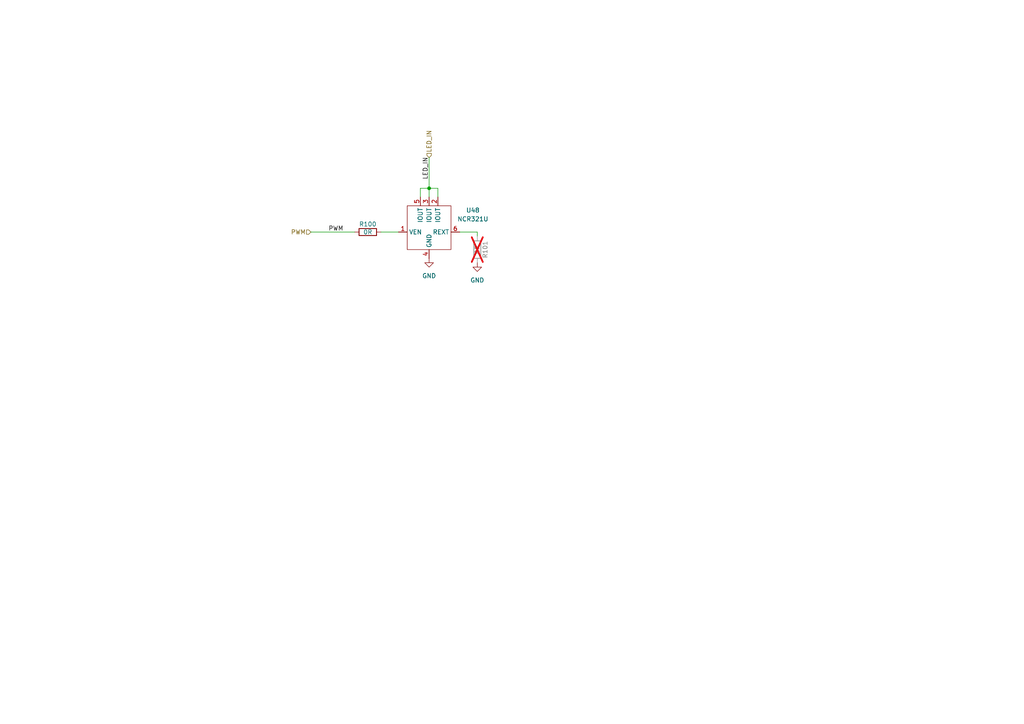
<source format=kicad_sch>
(kicad_sch (version 20231120) (generator "eeschema") (generator_version "8.0")
  (paper "A4")
  (lib_symbols
    (symbol "Device:R" (pin_numbers hide) (pin_names (offset 0))
      (property "Reference" "R" (at 2.032 0 90))
      (property "Value" "R" (at 0 0 90))
      (symbol "R_0_1"
        (rectangle (start -1.016 -2.54) (end 1.016 2.54) (stroke (width 0.254)))
      )
      (symbol "R_1_1"
        (pin passive line (at 0 3.81 270) (length 1.27) (name "~") (number "1"))
        (pin passive line (at 0 -3.81 90) (length 1.27) (name "~") (number "2"))
      )
    )
    (symbol "house:NCR321U"
      (property "Reference" "U" (at 14.732 1.016 0))
      (property "Value" "NCR321U" (at 0 0 0))
      (symbol "NCR321U_0_1"
        (rectangle (start 3.81 0) (end 16.51 -12.7))
      )
      (symbol "NCR321U_1_1"
        (pin input line (at 1.27 -7.62 0) (length 2.54) (name "VEN") (number "1"))
        (pin input line (at 12.7 2.54 270) (length 2.54) (name "IOUT") (number "2"))
        (pin input line (at 10.16 2.54 270) (length 2.54) (name "IOUT") (number "3"))
        (pin input line (at 10.16 -15.24 90) (length 2.54) (name "GND") (number "4"))
        (pin input line (at 7.62 2.54 270) (length 2.54) (name "IOUT") (number "5"))
        (pin input line (at 19.05 -7.62 180) (length 2.54) (name "REXT") (number "6"))
      )
    )
    (symbol "power:GND" (power) (pin_numbers hide) (pin_names (offset 0) hide)
      (property "Value" "GND" (at 0 -3.81 0))
      (symbol "GND_0_1"
        (polyline (pts (xy 0 0) (xy 0 -1.27) (xy 1.27 -1.27) (xy 0 -2.54) (xy -1.27 -1.27) (xy 0 -1.27)))
      )
      (symbol "GND_1_1"
        (pin power_in line (at 0 0 270) (length 0) (name "~") (number "1"))
      )
    )
  )
  (junction (at 124.46 54.61))
  (wire (pts (xy 127 57.15) (xy 127 54.61)))
  (wire (pts (xy 124.46 45.72) (xy 124.46 54.61)))
  (wire (pts (xy 138.43 67.31) (xy 138.43 68.58)))
  (wire (pts (xy 121.92 54.61) (xy 121.92 57.15)))
  (wire (pts (xy 90.17 67.31) (xy 102.87 67.31)))
  (wire (pts (xy 124.46 54.61) (xy 124.46 57.15)))
  (wire (pts (xy 127 54.61) (xy 124.46 54.61)))
  (wire (pts (xy 110.49 67.31) (xy 115.57 67.31)))
  (wire (pts (xy 133.35 67.31) (xy 138.43 67.31)))
  (wire (pts (xy 124.46 54.61) (xy 121.92 54.61)))
  (label "LED_IN" (at 124.46 52.07 90))
  (label "PWM" (at 95.25 67.31 0))
  (hierarchical_label "PWM" (shape input) (at 90.17 67.31 180))
  (hierarchical_label "LED_IN" (shape input) (at 124.46 45.72 90))
  (symbol (lib_id "power:GND") (at 124.46 74.93 0) (unit 1)
    (property "Reference" "#PWR0211" (effects (hide yes)))
    (property "Value" "GND" (at 124.46 80.01 0))
    (property "Description" "Power symbol creates a global label with name \"GND\" , ground" (effects (hide yes)))
    (instances (project "home_auto" (path "" (reference "#PWR0211") (unit 1)) (path "" (reference "#PWR0223") (unit 1)) (path "" (reference "#PWR0217") (unit 1)) (path "" (reference "#PWR0215") (unit 1)) (path "" (reference "#PWR0221") (unit 1)) (path "" (reference "#PWR0205") (unit 1)) (path "" (reference "#PWR0219") (unit 1)) (path "" (reference "#PWR0207") (unit 1)) (path "" (reference "#PWR0209") (unit 1)) (path "" (reference "#PWR0213") (unit 1)) (path "" (reference "#PWR0171") (unit 1)) (path "" (reference "#PWR0183") (unit 1)) (path "" (reference "#PWR0177") (unit 1)) (path "" (reference "#PWR0175") (unit 1)) (path "" (reference "#PWR0181") (unit 1)) (path "" (reference "#PWR0165") (unit 1)) (path "" (reference "#PWR0179") (unit 1)) (path "" (reference "#PWR0167") (unit 1)) (path "" (reference "#PWR0169") (unit 1)) (path "" (reference "#PWR0173") (unit 1)) (path "" (reference "#PWR0191") (unit 1)) (path "" (reference "#PWR0203") (unit 1)) (path "" (reference "#PWR0197") (unit 1)) (path "" (reference "#PWR0195") (unit 1)) (path "" (reference "#PWR0201") (unit 1)) (path "" (reference "#PWR0185") (unit 1)) (path "" (reference "#PWR0199") (unit 1)) (path "" (reference "#PWR0187") (unit 1)) (path "" (reference "#PWR0189") (unit 1)) (path "" (reference "#PWR0193") (unit 1)) (path "" (reference "#PWR0141") (unit 1)) (path "" (reference "#PWR0129") (unit 1)) (path "" (reference "#PWR0133") (unit 1)) (path "" (reference "#PWR0131") (unit 1)) (path "" (reference "#PWR0127") (unit 1)) (path "" (reference "#PWR0135") (unit 1)) (path "" (reference "#PWR0125") (unit 1)) (path "" (reference "#PWR0137") (unit 1)) (path "" (reference "#PWR0139") (unit 1)) (path "" (reference "#PWR0143") (unit 1)) (path "" (reference "#PWR0251") (unit 1)) (path "" (reference "#PWR0296") (unit 1)) (path "" (reference "#PWR0294") (unit 1)) (path "" (reference "#PWR0255") (unit 1)) (path "" (reference "#PWR0298") (unit 1)) (path "" (reference "#PWR0245") (unit 1)) (path "" (reference "#PWR0300") (unit 1)) (path "" (reference "#PWR0247") (unit 1)) (path "" (reference "#PWR0249") (unit 1)) (path "" (reference "#PWR0253") (unit 1)) (path "" (reference "#PWR0231") (unit 1)) (path "" (reference "#PWR0243") (unit 1)) (path "" (reference "#PWR0237") (unit 1)) (path "" (reference "#PWR0235") (unit 1)) (path "" (reference "#PWR0241") (unit 1)) (path "" (reference "#PWR0225") (unit 1)) (path "" (reference "#PWR0239") (unit 1)) (path "" (reference "#PWR0227") (unit 1)) (path "" (reference "#PWR0229") (unit 1)) (path "" (reference "#PWR0233") (unit 1)) (path "" (reference "#PWR0151") (unit 1)) (path "" (reference "#PWR0163") (unit 1)) (path "" (reference "#PWR0157") (unit 1)) (path "" (reference "#PWR0155") (unit 1)) (path "" (reference "#PWR0161") (unit 1)) (path "" (reference "#PWR0145") (unit 1)) (path "" (reference "#PWR0159") (unit 1)) (path "" (reference "#PWR0147") (unit 1)) (path "" (reference "#PWR0149") (unit 1)) (path "" (reference "#PWR0153") (unit 1))))
  )
  (symbol (lib_id "Device:R") (at 138.43 72.39 180) (unit 1) (in_bom no) (dnp yes)
    (property "Reference" "R101" (at 140.716 72.39 90))
    (property "Value" "0R" (at 138.43 72.39 90))
    (property "Footprint" "Resistor_SMD:R_0603_1608Metric" (effects (hide yes)))
    (property "Description" "Resistor" (effects (hide yes)))
    (instances (project "home_auto" (path "" (reference "R101") (unit 1)) (path "" (reference "R113") (unit 1)) (path "" (reference "R107") (unit 1)) (path "" (reference "R105") (unit 1)) (path "" (reference "R111") (unit 1)) (path "" (reference "R95") (unit 1)) (path "" (reference "R109") (unit 1)) (path "" (reference "R97") (unit 1)) (path "" (reference "R99") (unit 1)) (path "" (reference "R103") (unit 1)) (path "" (reference "R61") (unit 1)) (path "" (reference "R73") (unit 1)) (path "" (reference "R67") (unit 1)) (path "" (reference "R65") (unit 1)) (path "" (reference "R71") (unit 1)) (path "" (reference "R55") (unit 1)) (path "" (reference "R69") (unit 1)) (path "" (reference "R57") (unit 1)) (path "" (reference "R59") (unit 1)) (path "" (reference "R63") (unit 1)) (path "" (reference "R81") (unit 1)) (path "" (reference "R93") (unit 1)) (path "" (reference "R87") (unit 1)) (path "" (reference "R85") (unit 1)) (path "" (reference "R91") (unit 1)) (path "" (reference "R75") (unit 1)) (path "" (reference "R89") (unit 1)) (path "" (reference "R77") (unit 1)) (path "" (reference "R79") (unit 1)) (path "" (reference "R83") (unit 1)) (path "" (reference "R31") (unit 1)) (path "" (reference "R19") (unit 1)) (path "" (reference "R23") (unit 1)) (path "" (reference "R21") (unit 1)) (path "" (reference "R17") (unit 1)) (path "" (reference "R25") (unit 1)) (path "" (reference "R15") (unit 1)) (path "" (reference "R27") (unit 1)) (path "" (reference "R29") (unit 1)) (path "" (reference "R33") (unit 1)) (path "" (reference "R141") (unit 1)) (path "" (reference "R178") (unit 1)) (path "" (reference "R176") (unit 1)) (path "" (reference "R145") (unit 1)) (path "" (reference "R180") (unit 1)) (path "" (reference "R135") (unit 1)) (path "" (reference "R182") (unit 1)) (path "" (reference "R137") (unit 1)) (path "" (reference "R139") (unit 1)) (path "" (reference "R143") (unit 1)) (path "" (reference "R121") (unit 1)) (path "" (reference "R133") (unit 1)) (path "" (reference "R127") (unit 1)) (path "" (reference "R125") (unit 1)) (path "" (reference "R131") (unit 1)) (path "" (reference "R115") (unit 1)) (path "" (reference "R129") (unit 1)) (path "" (reference "R117") (unit 1)) (path "" (reference "R119") (unit 1)) (path "" (reference "R123") (unit 1)) (path "" (reference "R41") (unit 1)) (path "" (reference "R53") (unit 1)) (path "" (reference "R47") (unit 1)) (path "" (reference "R45") (unit 1)) (path "" (reference "R51") (unit 1)) (path "" (reference "R35") (unit 1)) (path "" (reference "R49") (unit 1)) (path "" (reference "R37") (unit 1)) (path "" (reference "R39") (unit 1)) (path "" (reference "R43") (unit 1))))
  )
  (symbol (lib_id "house:NCR321U") (at 114.3 59.69 0) (unit 1)
    (property "Reference" "U48" (at 137.16 60.9914 0))
    (property "Value" "NCR321U" (at 137.16 63.5314 0))
    (property "Footprint" "Package_SO:TSOP-6_1.65x3.05mm_P0.95mm" (effects (hide yes)))
    (instances (project "home_auto" (path "" (reference "U48") (unit 1)) (path "" (reference "U54") (unit 1)) (path "" (reference "U51") (unit 1)) (path "" (reference "U50") (unit 1)) (path "" (reference "U53") (unit 1)) (path "" (reference "U45") (unit 1)) (path "" (reference "U52") (unit 1)) (path "" (reference "U46") (unit 1)) (path "" (reference "U47") (unit 1)) (path "" (reference "U49") (unit 1)) (path "" (reference "U28") (unit 1)) (path "" (reference "U34") (unit 1)) (path "" (reference "U31") (unit 1)) (path "" (reference "U30") (unit 1)) (path "" (reference "U33") (unit 1)) (path "" (reference "U25") (unit 1)) (path "" (reference "U32") (unit 1)) (path "" (reference "U26") (unit 1)) (path "" (reference "U27") (unit 1)) (path "" (reference "U29") (unit 1)) (path "" (reference "U38") (unit 1)) (path "" (reference "U44") (unit 1)) (path "" (reference "U41") (unit 1)) (path "" (reference "U40") (unit 1)) (path "" (reference "U43") (unit 1)) (path "" (reference "U35") (unit 1)) (path "" (reference "U42") (unit 1)) (path "" (reference "U36") (unit 1)) (path "" (reference "U37") (unit 1)) (path "" (reference "U39") (unit 1)) (path "" (reference "U13") (unit 1)) (path "" (reference "U7") (unit 1)) (path "" (reference "U9") (unit 1)) (path "" (reference "U8") (unit 1)) (path "" (reference "U6") (unit 1)) (path "" (reference "U10") (unit 1)) (path "" (reference "U5") (unit 1)) (path "" (reference "U11") (unit 1)) (path "" (reference "U12") (unit 1)) (path "" (reference "U14") (unit 1)) (path "" (reference "U68") (unit 1)) (path "" (reference "U72") (unit 1)) (path "" (reference "U71") (unit 1)) (path "" (reference "U70") (unit 1)) (path "" (reference "U73") (unit 1)) (path "" (reference "U65") (unit 1)) (path "" (reference "U74") (unit 1)) (path "" (reference "U66") (unit 1)) (path "" (reference "U67") (unit 1)) (path "" (reference "U69") (unit 1)) (path "" (reference "U58") (unit 1)) (path "" (reference "U64") (unit 1)) (path "" (reference "U61") (unit 1)) (path "" (reference "U60") (unit 1)) (path "" (reference "U63") (unit 1)) (path "" (reference "U55") (unit 1)) (path "" (reference "U62") (unit 1)) (path "" (reference "U56") (unit 1)) (path "" (reference "U57") (unit 1)) (path "" (reference "U59") (unit 1)) (path "" (reference "U18") (unit 1)) (path "" (reference "U24") (unit 1)) (path "" (reference "U21") (unit 1)) (path "" (reference "U20") (unit 1)) (path "" (reference "U23") (unit 1)) (path "" (reference "U15") (unit 1)) (path "" (reference "U22") (unit 1)) (path "" (reference "U16") (unit 1)) (path "" (reference "U17") (unit 1)) (path "" (reference "U19") (unit 1))))
  )
  (symbol (lib_id "power:GND") (at 138.43 76.2 0) (unit 1)
    (property "Reference" "#PWR0212" (effects (hide yes)))
    (property "Value" "GND" (at 138.43 81.28 0))
    (property "Description" "Power symbol creates a global label with name \"GND\" , ground" (effects (hide yes)))
    (instances (project "home_auto" (path "" (reference "#PWR0212") (unit 1)) (path "" (reference "#PWR0224") (unit 1)) (path "" (reference "#PWR0218") (unit 1)) (path "" (reference "#PWR0216") (unit 1)) (path "" (reference "#PWR0222") (unit 1)) (path "" (reference "#PWR0206") (unit 1)) (path "" (reference "#PWR0220") (unit 1)) (path "" (reference "#PWR0208") (unit 1)) (path "" (reference "#PWR0210") (unit 1)) (path "" (reference "#PWR0214") (unit 1)) (path "" (reference "#PWR0172") (unit 1)) (path "" (reference "#PWR0184") (unit 1)) (path "" (reference "#PWR0178") (unit 1)) (path "" (reference "#PWR0176") (unit 1)) (path "" (reference "#PWR0182") (unit 1)) (path "" (reference "#PWR0166") (unit 1)) (path "" (reference "#PWR0180") (unit 1)) (path "" (reference "#PWR0168") (unit 1)) (path "" (reference "#PWR0170") (unit 1)) (path "" (reference "#PWR0174") (unit 1)) (path "" (reference "#PWR0192") (unit 1)) (path "" (reference "#PWR0204") (unit 1)) (path "" (reference "#PWR0198") (unit 1)) (path "" (reference "#PWR0196") (unit 1)) (path "" (reference "#PWR0202") (unit 1)) (path "" (reference "#PWR0186") (unit 1)) (path "" (reference "#PWR0200") (unit 1)) (path "" (reference "#PWR0188") (unit 1)) (path "" (reference "#PWR0190") (unit 1)) (path "" (reference "#PWR0194") (unit 1)) (path "" (reference "#PWR0142") (unit 1)) (path "" (reference "#PWR0130") (unit 1)) (path "" (reference "#PWR0134") (unit 1)) (path "" (reference "#PWR0132") (unit 1)) (path "" (reference "#PWR0128") (unit 1)) (path "" (reference "#PWR0136") (unit 1)) (path "" (reference "#PWR0126") (unit 1)) (path "" (reference "#PWR0138") (unit 1)) (path "" (reference "#PWR0140") (unit 1)) (path "" (reference "#PWR0144") (unit 1)) (path "" (reference "#PWR0252") (unit 1)) (path "" (reference "#PWR0297") (unit 1)) (path "" (reference "#PWR0295") (unit 1)) (path "" (reference "#PWR0256") (unit 1)) (path "" (reference "#PWR0299") (unit 1)) (path "" (reference "#PWR0246") (unit 1)) (path "" (reference "#PWR0301") (unit 1)) (path "" (reference "#PWR0248") (unit 1)) (path "" (reference "#PWR0250") (unit 1)) (path "" (reference "#PWR0254") (unit 1)) (path "" (reference "#PWR0232") (unit 1)) (path "" (reference "#PWR0244") (unit 1)) (path "" (reference "#PWR0238") (unit 1)) (path "" (reference "#PWR0236") (unit 1)) (path "" (reference "#PWR0242") (unit 1)) (path "" (reference "#PWR0226") (unit 1)) (path "" (reference "#PWR0240") (unit 1)) (path "" (reference "#PWR0228") (unit 1)) (path "" (reference "#PWR0230") (unit 1)) (path "" (reference "#PWR0234") (unit 1)) (path "" (reference "#PWR0152") (unit 1)) (path "" (reference "#PWR0164") (unit 1)) (path "" (reference "#PWR0158") (unit 1)) (path "" (reference "#PWR0156") (unit 1)) (path "" (reference "#PWR0162") (unit 1)) (path "" (reference "#PWR0146") (unit 1)) (path "" (reference "#PWR0160") (unit 1)) (path "" (reference "#PWR0148") (unit 1)) (path "" (reference "#PWR0150") (unit 1)) (path "" (reference "#PWR0154") (unit 1))))
  )
  (symbol (lib_id "Device:R") (at 106.68 67.31 270) (unit 1)
    (property "Reference" "R100" (at 106.68 65.024 90))
    (property "Value" "0R" (at 106.68 67.31 90))
    (property "Footprint" "Resistor_SMD:R_0603_1608Metric" (effects (hide yes)))
    (property "Description" "Resistor" (effects (hide yes)))
    (instances (project "home_auto" (path "" (reference "R100") (unit 1)) (path "" (reference "R112") (unit 1)) (path "" (reference "R106") (unit 1)) (path "" (reference "R104") (unit 1)) (path "" (reference "R110") (unit 1)) (path "" (reference "R94") (unit 1)) (path "" (reference "R108") (unit 1)) (path "" (reference "R96") (unit 1)) (path "" (reference "R98") (unit 1)) (path "" (reference "R102") (unit 1)) (path "" (reference "R60") (unit 1)) (path "" (reference "R72") (unit 1)) (path "" (reference "R66") (unit 1)) (path "" (reference "R64") (unit 1)) (path "" (reference "R70") (unit 1)) (path "" (reference "R54") (unit 1)) (path "" (reference "R68") (unit 1)) (path "" (reference "R56") (unit 1)) (path "" (reference "R58") (unit 1)) (path "" (reference "R62") (unit 1)) (path "" (reference "R80") (unit 1)) (path "" (reference "R92") (unit 1)) (path "" (reference "R86") (unit 1)) (path "" (reference "R84") (unit 1)) (path "" (reference "R90") (unit 1)) (path "" (reference "R74") (unit 1)) (path "" (reference "R88") (unit 1)) (path "" (reference "R76") (unit 1)) (path "" (reference "R78") (unit 1)) (path "" (reference "R82") (unit 1)) (path "" (reference "R30") (unit 1)) (path "" (reference "R18") (unit 1)) (path "" (reference "R22") (unit 1)) (path "" (reference "R20") (unit 1)) (path "" (reference "R16") (unit 1)) (path "" (reference "R24") (unit 1)) (path "" (reference "R14") (unit 1)) (path "" (reference "R26") (unit 1)) (path "" (reference "R28") (unit 1)) (path "" (reference "R32") (unit 1)) (path "" (reference "R140") (unit 1)) (path "" (reference "R177") (unit 1)) (path "" (reference "R175") (unit 1)) (path "" (reference "R144") (unit 1)) (path "" (reference "R179") (unit 1)) (path "" (reference "R134") (unit 1)) (path "" (reference "R181") (unit 1)) (path "" (reference "R136") (unit 1)) (path "" (reference "R138") (unit 1)) (path "" (reference "R142") (unit 1)) (path "" (reference "R120") (unit 1)) (path "" (reference "R132") (unit 1)) (path "" (reference "R126") (unit 1)) (path "" (reference "R124") (unit 1)) (path "" (reference "R130") (unit 1)) (path "" (reference "R114") (unit 1)) (path "" (reference "R128") (unit 1)) (path "" (reference "R116") (unit 1)) (path "" (reference "R118") (unit 1)) (path "" (reference "R122") (unit 1)) (path "" (reference "R40") (unit 1)) (path "" (reference "R52") (unit 1)) (path "" (reference "R46") (unit 1)) (path "" (reference "R44") (unit 1)) (path "" (reference "R50") (unit 1)) (path "" (reference "R34") (unit 1)) (path "" (reference "R48") (unit 1)) (path "" (reference "R36") (unit 1)) (path "" (reference "R38") (unit 1)) (path "" (reference "R42") (unit 1))))
  )
)
</source>
